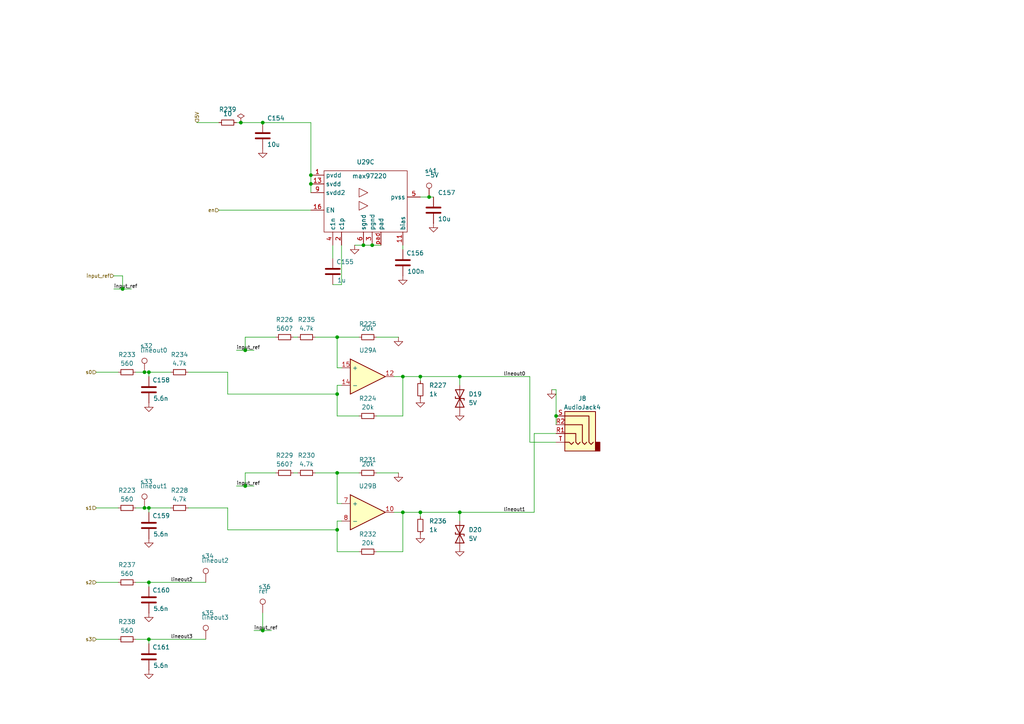
<source format=kicad_sch>
(kicad_sch (version 20231120) (generator "eeschema") (generator_version "8.0")
  (paper "A4")
  (lib_symbols
    (symbol "Connector:TestPoint" (pin_numbers hide) (pin_names (offset 0.762) hide)
      (property "Reference" "TP" (at 0 6.858 0))
      (property "Value" "TestPoint" (at 0 5.08 0))
      (symbol "TestPoint_0_1"
        (circle (center 0 3.302) (radius 0.762))
      )
      (symbol "TestPoint_1_1"
        (pin passive line (at 0 0 90) (length 2.54) (name "1") (number "1"))
      )
    )
    (symbol "Connector_Audio:AudioJack4"
      (property "Reference" "J" (at 0 8.89 0))
      (property "Value" "AudioJack4" (at 0 6.35 0))
      (symbol "AudioJack4_0_1"
        (rectangle (start -6.35 -5.08) (end -7.62 -7.62) (stroke (width 0.254)) (fill (type outline)))
        (polyline (pts (xy 0 -5.08) (xy 0.635 -5.715) (xy 1.27 -5.08) (xy 2.54 -5.08)) (stroke (width 0.254)))
        (polyline (pts (xy -5.715 -5.08) (xy -5.08 -5.715) (xy -4.445 -5.08) (xy -4.445 2.54) (xy 2.54 2.54)) (stroke (width 0.254)))
        (polyline (pts (xy -1.905 -5.08) (xy -1.27 -5.715) (xy -0.635 -5.08) (xy -0.635 -2.54) (xy 2.54 -2.54)) (stroke (width 0.254)))
        (polyline (pts (xy 2.54 0) (xy -2.54 0) (xy -2.54 -5.08) (xy -3.175 -5.715) (xy -3.81 -5.08)) (stroke (width 0.254)))
        (rectangle (start 2.54 3.81) (end -6.35 -7.62) (stroke (width 0.254)) (fill (type background)))
      )
      (symbol "AudioJack4_1_1"
        (pin passive line (at 5.08 -2.54 180) (length 2.54) (name "~") (number "R1"))
        (pin passive line (at 5.08 0 180) (length 2.54) (name "~") (number "R2"))
        (pin passive line (at 5.08 2.54 180) (length 2.54) (name "~") (number "S"))
        (pin passive line (at 5.08 -5.08 180) (length 2.54) (name "~") (number "T"))
      )
    )
    (symbol "Device:C" (pin_numbers hide) (pin_names (offset 0.254))
      (property "Reference" "C" (at 0.635 2.54 0))
      (property "Value" "C" (at 0.635 -2.54 0))
      (symbol "C_0_1"
        (polyline (pts (xy -2.032 -0.762) (xy 2.032 -0.762)) (stroke (width 0.508)))
        (polyline (pts (xy -2.032 0.762) (xy 2.032 0.762)) (stroke (width 0.508)))
      )
      (symbol "C_1_1"
        (pin passive line (at 0 3.81 270) (length 2.794) (name "~") (number "1"))
        (pin passive line (at 0 -3.81 90) (length 2.794) (name "~") (number "2"))
      )
    )
    (symbol "Device:D_TVS" (pin_numbers hide) (pin_names (offset 1.016) hide)
      (property "Reference" "D" (at 0 2.54 0))
      (property "Value" "D_TVS" (at 0 -2.54 0))
      (symbol "D_TVS_0_1"
        (polyline (pts (xy 1.27 0) (xy -1.27 0)))
        (polyline (pts (xy 0.508 1.27) (xy 0 1.27) (xy 0 -1.27) (xy -0.508 -1.27)) (stroke (width 0.254)))
        (polyline (pts (xy -2.54 1.27) (xy -2.54 -1.27) (xy 2.54 1.27) (xy 2.54 -1.27) (xy -2.54 1.27)) (stroke (width 0.254)))
      )
      (symbol "D_TVS_1_1"
        (pin passive line (at -3.81 0 0) (length 2.54) (name "A1") (number "1"))
        (pin passive line (at 3.81 0 180) (length 2.54) (name "A2") (number "2"))
      )
    )
    (symbol "Device:R_Small" (pin_numbers hide) (pin_names (offset 0.254) hide)
      (property "Reference" "R" (at 0.762 0.508 0))
      (property "Value" "R_Small" (at 0.762 -1.016 0))
      (symbol "R_Small_0_1"
        (rectangle (start -0.762 1.778) (end 0.762 -1.778) (stroke (width 0.2032)))
      )
      (symbol "R_Small_1_1"
        (pin passive line (at 0 2.54 270) (length 0.762) (name "~") (number "1"))
        (pin passive line (at 0 -2.54 90) (length 0.762) (name "~") (number "2"))
      )
    )
    (symbol "invendelirium_audio:max97220"
      (property "Reference" "U" (at 5.588 10.922 0))
      (symbol "max97220_1_1"
        (polyline (pts (xy -5.08 5.08) (xy 5.08 0) (xy -5.08 -5.08) (xy -5.08 5.08)) (stroke (width 0.254)) (fill (type background)))
        (pin output line (at 7.62 0 180) (length 2.54) (name "~") (number "12"))
        (pin input line (at -7.62 -2.54 0) (length 2.54) (name "-") (number "14"))
        (pin input line (at -7.62 2.54 0) (length 2.54) (name "+") (number "15"))
      )
      (symbol "max97220_2_1"
        (polyline (pts (xy -5.08 5.08) (xy 5.08 0) (xy -5.08 -5.08) (xy -5.08 5.08)) (stroke (width 0.254)) (fill (type background)))
        (pin output line (at 7.62 0 180) (length 2.54) (name "~") (number "10"))
        (pin input line (at -7.62 2.54 0) (length 2.54) (name "+") (number "7"))
        (pin input line (at -7.62 -2.54 0) (length 2.54) (name "-") (number "8"))
      )
      (symbol "max97220_3_1"
        (rectangle (start -12.7 8.89) (end 11.43 -8.89))
        (polyline (pts (xy -2.54 0) (xy 0 -1.27) (xy -2.54 -2.54) (xy -2.54 0)))
        (polyline (pts (xy -2.54 3.81) (xy 0 2.54) (xy -2.54 1.27) (xy -2.54 3.81)))
        (pin power_in line (at -16.51 7.62 0) (length 3.81) (name "pvdd") (number "1"))
        (pin power_out line (at 10.16 -12.7 90) (length 3.81) (name "bias") (number "11"))
        (pin power_in line (at -16.51 5.08 0) (length 3.81) (name "svdd") (number "13"))
        (pin input line (at -16.51 -2.54 0) (length 3.81) (name "EN") (number "16"))
        (pin passive line (at -7.62 -12.7 90) (length 3.81) (name "c1p") (number "2"))
        (pin power_in line (at 1.27 -12.7 90) (length 3.81) (name "pgnd") (number "3"))
        (pin passive line (at -10.16 -12.7 90) (length 3.81) (name "c1n") (number "4"))
        (pin power_out line (at 15.24 1.27 180) (length 3.81) (name "pvss") (number "5"))
        (pin input line (at -1.27 -12.7 90) (length 3.81) (name "sgnd") (number "6"))
        (pin power_in line (at -16.51 2.54 0) (length 3.81) (name "svdd2") (number "9"))
        (pin power_in line (at 3.81 -12.7 90) (length 3.81) (name "pad") (number "pad"))
      )
    )
    (symbol "power:GND" (power) (pin_numbers hide) (pin_names (offset 0) hide)
      (property "Value" "GND" (at 0 -3.81 0))
      (symbol "GND_0_1"
        (polyline (pts (xy 0 0) (xy 0 -1.27) (xy 1.27 -1.27) (xy 0 -2.54) (xy -1.27 -1.27) (xy 0 -1.27)))
      )
      (symbol "GND_1_1"
        (pin power_in line (at 0 0 270) (length 0) (name "~") (number "1"))
      )
    )
    (symbol "power:PWR_FLAG" (power) (pin_numbers hide) (pin_names (offset 0) hide)
      (property "Value" "PWR_FLAG" (at 0 3.81 0))
      (symbol "PWR_FLAG_0_0"
        (pin power_out line (at 0 0 90) (length 0) (name "~") (number "1"))
      )
      (symbol "PWR_FLAG_0_1"
        (polyline (pts (xy 0 0) (xy 0 1.27) (xy -1.016 1.905) (xy 0 2.54) (xy 1.016 1.905) (xy 0 1.27)))
      )
    )
  )
  (junction (at 41.91 147.32))
  (junction (at 116.84 109.22))
  (junction (at 76.2 35.56))
  (junction (at 90.17 53.34))
  (junction (at 43.18 147.32))
  (junction (at 97.79 114.3))
  (junction (at 43.18 107.95))
  (junction (at 90.17 50.8))
  (junction (at 43.18 168.91))
  (junction (at 121.92 148.59))
  (junction (at 133.35 148.59))
  (junction (at 105.41 71.12))
  (junction (at 97.79 153.67))
  (junction (at 121.92 109.22))
  (junction (at 35.56 83.82))
  (junction (at 69.85 35.56))
  (junction (at 43.18 185.42))
  (junction (at 116.84 148.59))
  (junction (at 97.79 137.16))
  (junction (at 97.79 97.79))
  (junction (at 76.2 182.88))
  (junction (at 71.12 140.97))
  (junction (at 41.91 107.95))
  (junction (at 133.35 109.22))
  (junction (at 107.95 71.12))
  (junction (at 71.12 101.6))
  (junction (at 124.46 57.15))
  (junction (at 161.29 120.65))
  (wire (pts (xy 161.29 113.03) (xy 161.29 120.65)))
  (wire (pts (xy 71.12 97.79) (xy 80.01 97.79)))
  (wire (pts (xy 99.06 111.76) (xy 97.79 111.76)))
  (wire (pts (xy 90.17 50.8) (xy 90.17 35.56)))
  (wire (pts (xy 91.44 137.16) (xy 97.79 137.16)))
  (wire (pts (xy 121.92 109.22) (xy 133.35 109.22)))
  (wire (pts (xy 66.04 147.32) (xy 66.04 153.67)))
  (wire (pts (xy 99.06 146.05) (xy 97.79 146.05)))
  (wire (pts (xy 66.04 153.67) (xy 97.79 153.67)))
  (wire (pts (xy 68.58 101.6) (xy 71.12 101.6)))
  (wire (pts (xy 73.66 182.88) (xy 76.2 182.88)))
  (wire (pts (xy 39.37 185.42) (xy 43.18 185.42)))
  (wire (pts (xy 66.04 114.3) (xy 97.79 114.3)))
  (wire (pts (xy 97.79 153.67) (xy 97.79 160.02)))
  (wire (pts (xy 96.52 71.12) (xy 96.52 74.93)))
  (wire (pts (xy 97.79 97.79) (xy 97.79 106.68)))
  (wire (pts (xy 133.35 109.22) (xy 153.67 109.22)))
  (wire (pts (xy 68.58 140.97) (xy 71.12 140.97)))
  (wire (pts (xy 116.84 120.65) (xy 116.84 109.22)))
  (wire (pts (xy 71.12 97.79) (xy 71.12 101.6)))
  (wire (pts (xy 161.29 128.27) (xy 153.67 128.27)))
  (wire (pts (xy 71.12 101.6) (xy 73.66 101.6)))
  (wire (pts (xy 43.18 107.95) (xy 49.53 107.95)))
  (wire (pts (xy 41.91 107.95) (xy 43.18 107.95)))
  (wire (pts (xy 91.44 97.79) (xy 97.79 97.79)))
  (wire (pts (xy 39.37 107.95) (xy 41.91 107.95)))
  (wire (pts (xy 85.09 97.79) (xy 86.36 97.79)))
  (wire (pts (xy 35.56 83.82) (xy 38.1 83.82)))
  (wire (pts (xy 109.22 120.65) (xy 116.84 120.65)))
  (wire (pts (xy 43.18 168.91) (xy 43.18 170.18)))
  (wire (pts (xy 97.79 111.76) (xy 97.79 114.3)))
  (wire (pts (xy 97.79 137.16) (xy 97.79 146.05)))
  (wire (pts (xy 90.17 35.56) (xy 76.2 35.56)))
  (wire (pts (xy 116.84 160.02) (xy 116.84 148.59)))
  (wire (pts (xy 90.17 55.88) (xy 90.17 53.34)))
  (wire (pts (xy 121.92 110.49) (xy 121.92 109.22)))
  (wire (pts (xy 102.87 71.12) (xy 105.41 71.12)))
  (wire (pts (xy 33.02 80.01) (xy 35.56 80.01)))
  (wire (pts (xy 54.61 107.95) (xy 66.04 107.95)))
  (wire (pts (xy 114.3 109.22) (xy 116.84 109.22)))
  (wire (pts (xy 97.79 97.79) (xy 104.14 97.79)))
  (wire (pts (xy 114.3 148.59) (xy 116.84 148.59)))
  (wire (pts (xy 85.09 137.16) (xy 86.36 137.16)))
  (wire (pts (xy 43.18 107.95) (xy 43.18 109.22)))
  (wire (pts (xy 33.02 83.82) (xy 35.56 83.82)))
  (wire (pts (xy 97.79 137.16) (xy 104.14 137.16)))
  (wire (pts (xy 71.12 137.16) (xy 80.01 137.16)))
  (wire (pts (xy 43.18 147.32) (xy 43.18 148.59)))
  (wire (pts (xy 43.18 185.42) (xy 43.18 186.69)))
  (wire (pts (xy 35.56 80.01) (xy 35.56 83.82)))
  (wire (pts (xy 99.06 106.68) (xy 97.79 106.68)))
  (wire (pts (xy 97.79 120.65) (xy 104.14 120.65)))
  (wire (pts (xy 121.92 57.15) (xy 124.46 57.15)))
  (wire (pts (xy 161.29 125.73) (xy 154.94 125.73)))
  (wire (pts (xy 43.18 185.42) (xy 59.69 185.42)))
  (wire (pts (xy 133.35 109.22) (xy 133.35 111.76)))
  (wire (pts (xy 54.61 147.32) (xy 66.04 147.32)))
  (wire (pts (xy 27.94 168.91) (xy 34.29 168.91)))
  (wire (pts (xy 160.02 113.03) (xy 161.29 113.03)))
  (wire (pts (xy 116.84 148.59) (xy 121.92 148.59)))
  (wire (pts (xy 121.92 149.86) (xy 121.92 148.59)))
  (wire (pts (xy 41.91 147.32) (xy 43.18 147.32)))
  (wire (pts (xy 133.35 148.59) (xy 154.94 148.59)))
  (wire (pts (xy 109.22 137.16) (xy 115.57 137.16)))
  (wire (pts (xy 71.12 140.97) (xy 73.66 140.97)))
  (wire (pts (xy 27.94 185.42) (xy 34.29 185.42)))
  (wire (pts (xy 107.95 71.12) (xy 110.49 71.12)))
  (wire (pts (xy 154.94 125.73) (xy 154.94 148.59)))
  (wire (pts (xy 66.04 107.95) (xy 66.04 114.3)))
  (wire (pts (xy 68.58 35.56) (xy 69.85 35.56)))
  (wire (pts (xy 97.79 160.02) (xy 104.14 160.02)))
  (wire (pts (xy 27.94 147.32) (xy 34.29 147.32)))
  (wire (pts (xy 116.84 109.22) (xy 121.92 109.22)))
  (wire (pts (xy 69.85 35.56) (xy 76.2 35.56)))
  (wire (pts (xy 97.79 151.13) (xy 97.79 153.67)))
  (wire (pts (xy 43.18 147.32) (xy 49.53 147.32)))
  (wire (pts (xy 161.29 120.65) (xy 161.29 123.19)))
  (wire (pts (xy 39.37 168.91) (xy 43.18 168.91)))
  (wire (pts (xy 43.18 168.91) (xy 59.69 168.91)))
  (wire (pts (xy 71.12 137.16) (xy 71.12 140.97)))
  (wire (pts (xy 124.46 57.15) (xy 125.73 57.15)))
  (wire (pts (xy 121.92 148.59) (xy 133.35 148.59)))
  (wire (pts (xy 153.67 128.27) (xy 153.67 109.22)))
  (wire (pts (xy 57.15 35.56) (xy 63.5 35.56)))
  (wire (pts (xy 99.06 151.13) (xy 97.79 151.13)))
  (wire (pts (xy 109.22 97.79) (xy 115.57 97.79)))
  (wire (pts (xy 27.94 107.95) (xy 34.29 107.95)))
  (wire (pts (xy 105.41 71.12) (xy 107.95 71.12)))
  (wire (pts (xy 133.35 148.59) (xy 133.35 151.13)))
  (wire (pts (xy 99.06 82.55) (xy 99.06 71.12)))
  (wire (pts (xy 76.2 182.88) (xy 78.74 182.88)))
  (wire (pts (xy 63.5 60.96) (xy 90.17 60.96)))
  (wire (pts (xy 97.79 114.3) (xy 97.79 120.65)))
  (wire (pts (xy 39.37 147.32) (xy 41.91 147.32)))
  (wire (pts (xy 116.84 71.12) (xy 116.84 72.39)))
  (wire (pts (xy 96.52 82.55) (xy 99.06 82.55)))
  (wire (pts (xy 90.17 53.34) (xy 90.17 50.8)))
  (wire (pts (xy 76.2 177.8) (xy 76.2 182.88)))
  (wire (pts (xy 109.22 160.02) (xy 116.84 160.02)))
  (label "lineout3" (at 49.53 185.42 0) (effects (font (size 1.016 1.016))))
  (label "input_ref" (at 33.02 83.82 0) (effects (font (size 1.016 1.016))))
  (label "lineout2" (at 49.53 168.91 0) (effects (font (size 1.016 1.016))))
  (label "input_ref" (at 68.58 101.6 0) (effects (font (size 1.016 1.016))))
  (label "input_ref" (at 73.66 182.88 0) (effects (font (size 1.016 1.016))))
  (label "input_ref" (at 68.58 140.97 0) (effects (font (size 1.016 1.016))))
  (label "lineout0" (at 146.05 109.22 0) (effects (font (size 1.016 1.016))))
  (label "lineout1" (at 146.05 148.59 0) (effects (font (size 1.016 1.016))))
  (hierarchical_label "s2" (shape input) (at 27.94 168.91 180) (effects (font (size 1.016 1.016))))
  (hierarchical_label "input_ref" (shape input) (at 33.02 80.01 180) (effects (font (size 1.016 1.016))))
  (hierarchical_label "s0" (shape input) (at 27.94 107.95 180) (effects (font (size 1.016 1.016))))
  (hierarchical_label "5V" (shape input) (at 57.15 35.56 90) (effects (font (size 1.016 1.016))))
  (hierarchical_label "s1" (shape input) (at 27.94 147.32 180) (effects (font (size 1.016 1.016))))
  (hierarchical_label "en" (shape input) (at 63.5 60.96 180) (effects (font (size 1.016 1.016))))
  (hierarchical_label "s3" (shape input) (at 27.94 185.42 180) (effects (font (size 1.016 1.016))))
  (symbol (lib_id "Connector_Audio:AudioJack4") (at 166.37 123.19 0) (mirror y) (unit 1)
    (property "Reference" "J8" (at 168.91 115.57 0))
    (property "Value" "AudioJack4" (at 168.91 118.11 0))
    (property "Footprint" "Connector_Audio:Jack_3.5mm_PJ320D_Horizontal" (effects (hide yes)))
  )
  (symbol (lib_id "Device:R_Small") (at 82.55 97.79 90) (unit 1)
    (property "Reference" "R226" (at 82.55 92.71 90))
    (property "Value" "560?" (at 82.55 95.25 90))
    (property "Footprint" "invendelirium_audio:R_0603" (effects (hide yes)))
  )
  (symbol (lib_id "Device:C") (at 76.2 39.37 0) (unit 1)
    (property "Reference" "C154" (at 77.47 34.29 0) (effects (justify left)))
    (property "Value" "10u" (at 77.47 41.91 0) (effects (justify left)))
    (property "Footprint" "invendelirium_audio:C_0603" (effects (hide yes)))
    (property "Voltage" "16V" (effects (hide yes)))
  )
  (symbol (lib_id "power:GND") (at 43.18 116.84 0) (unit 1)
    (property "Reference" "#PWR0115" (effects (hide yes)))
    (property "Value" "GND" (effects (hide yes)))
  )
  (symbol (lib_id "power:GND") (at 43.18 177.8 0) (unit 1)
    (property "Reference" "#PWR0189" (effects (hide yes)))
    (property "Value" "GND" (effects (hide yes)))
  )
  (symbol (lib_id "Device:R_Small") (at 106.68 137.16 90) (unit 1)
    (property "Reference" "R231" (at 106.68 133.35 90))
    (property "Value" "20k" (at 106.68 134.62 90))
    (property "Footprint" "invendelirium_audio:R_0603" (effects (hide yes)))
  )
  (symbol (lib_id "power:GND") (at 115.57 137.16 0) (unit 1)
    (property "Reference" "#PWR0111" (effects (hide yes)))
    (property "Value" "GND" (effects (hide yes)))
  )
  (symbol (lib_id "Device:R_Small") (at 36.83 147.32 90) (unit 1)
    (property "Reference" "R223" (at 36.83 142.24 90))
    (property "Value" "560" (at 36.83 144.78 90))
    (property "Footprint" "invendelirium_audio:R_0603" (effects (hide yes)))
  )
  (symbol (lib_id "Device:R_Small") (at 121.92 152.4 180) (unit 1)
    (property "Reference" "R236" (at 124.46 151.1299 0) (effects (justify right)))
    (property "Value" "1k" (at 124.46 153.6699 0) (effects (justify right)))
    (property "Footprint" "invendelirium_audio:R_0603" (effects (hide yes)))
  )
  (symbol (lib_id "power:GND") (at 43.18 156.21 0) (unit 1)
    (property "Reference" "#PWR0108" (effects (hide yes)))
    (property "Value" "GND" (effects (hide yes)))
  )
  (symbol (lib_id "power:GND") (at 133.35 119.38 0) (unit 1)
    (property "Reference" "#PWR0191" (effects (hide yes)))
    (property "Value" "GND" (effects (hide yes)))
  )
  (symbol (lib_id "Device:C") (at 43.18 113.03 0) (unit 1)
    (property "Reference" "C158" (at 44.196 110.236 0) (effects (justify left)))
    (property "Value" "5.6n" (at 44.45 115.57 0) (effects (justify left)))
    (property "Footprint" "invendelirium_audio:C_0603" (effects (hide yes)))
    (property "Voltage" "16V" (effects (hide yes)))
  )
  (symbol (lib_id "Device:D_TVS") (at 133.35 115.57 90) (unit 1)
    (property "Reference" "D19" (at 135.89 114.2999 90) (effects (justify right)))
    (property "Value" "5V" (at 135.89 116.8399 90) (effects (justify right)))
    (property "Footprint" "invendelirium_general:D_SOD-523_bidi" (effects (hide yes)))
    (property "Description" "Bidirectional transient-voltage-suppression diode" (effects (hide yes)))
    (property "PN" "ESD5B5V0WT" (effects (hide yes)))
  )
  (symbol (lib_id "Device:R_Small") (at 88.9 97.79 90) (unit 1)
    (property "Reference" "R235" (at 88.9 92.71 90))
    (property "Value" "4.7k" (at 88.9 95.25 90))
    (property "Footprint" "invendelirium_audio:R_0603" (effects (hide yes)))
  )
  (symbol (lib_id "power:PWR_FLAG") (at 69.85 35.56 0) (unit 1)
    (property "Reference" "#FLG012" (effects (hide yes)))
    (property "Value" "PWR_FLAG" (effects (hide yes)))
    (property "Description" "Special symbol for telling ERC where power comes from" (effects (hide yes)))
  )
  (symbol (lib_id "power:GND") (at 160.02 113.03 0) (unit 1)
    (property "Reference" "#PWR0112" (effects (hide yes)))
    (property "Value" "GND" (effects (hide yes)))
  )
  (symbol (lib_id "invendelirium_audio:max97220") (at 106.68 148.59 0) (unit 2)
    (property "Reference" "U29" (at 106.68 140.97 0))
    (property "Value" "max97220" (effects (hide yes)))
    (property "Footprint" "invendelirium_audio:qfn_4p4p_3x3mm" (effects (hide yes)))
    (property "Description" "Dual operational amplifier with charge pump" (effects (hide yes)))
    (property "PN" "MAX97220B" (effects (hide yes)))
  )
  (symbol (lib_id "Device:R_Small") (at 36.83 107.95 90) (unit 1)
    (property "Reference" "R233" (at 36.83 102.87 90))
    (property "Value" "560" (at 36.83 105.41 90))
    (property "Footprint" "invendelirium_audio:R_0603" (effects (hide yes)))
  )
  (symbol (lib_id "Device:C") (at 125.73 60.96 0) (unit 1)
    (property "Reference" "C157" (at 127 55.88 0) (effects (justify left)))
    (property "Value" "10u" (at 127 63.5 0) (effects (justify left)))
    (property "Footprint" "invendelirium_audio:C_0603" (effects (hide yes)))
    (property "Voltage" "16V" (effects (hide yes)))
  )
  (symbol (lib_id "power:GND") (at 133.35 158.75 0) (unit 1)
    (property "Reference" "#PWR0192" (effects (hide yes)))
    (property "Value" "GND" (effects (hide yes)))
  )
  (symbol (lib_id "Connector:TestPoint") (at 59.69 185.42 0) (unit 1) (in_bom no)
    (property "Reference" "s35" (at 58.42 177.8 0) (effects (justify left)))
    (property "Value" "lineout3" (at 58.42 179.07 0) (effects (justify left)))
    (property "Footprint" "invendelirium_general:pad_1.2x1.5" (effects (hide yes)))
  )
  (symbol (lib_id "Device:D_TVS") (at 133.35 154.94 90) (unit 1)
    (property "Reference" "D20" (at 135.89 153.6699 90) (effects (justify right)))
    (property "Value" "5V" (at 135.89 156.2099 90) (effects (justify right)))
    (property "Footprint" "invendelirium_general:D_SOD-523_bidi" (effects (hide yes)))
    (property "Description" "Bidirectional transient-voltage-suppression diode" (effects (hide yes)))
    (property "PN" "ESD5B5V0WT" (effects (hide yes)))
  )
  (symbol (lib_id "Connector:TestPoint") (at 41.91 147.32 0) (unit 1) (in_bom no)
    (property "Reference" "s33" (at 40.64 139.7 0) (effects (justify left)))
    (property "Value" "lineout1" (at 40.64 140.97 0) (effects (justify left)))
    (property "Footprint" "invendelirium_general:pad_1.2x1.5" (effects (hide yes)))
  )
  (symbol (lib_id "power:GND") (at 121.92 115.57 0) (unit 1)
    (property "Reference" "#PWR0107" (effects (hide yes)))
    (property "Value" "GND" (effects (hide yes)))
  )
  (symbol (lib_id "Device:R_Small") (at 121.92 113.03 180) (unit 1)
    (property "Reference" "R227" (at 124.46 111.7599 0) (effects (justify right)))
    (property "Value" "1k" (at 124.46 114.2999 0) (effects (justify right)))
    (property "Footprint" "invendelirium_audio:R_0603" (effects (hide yes)))
  )
  (symbol (lib_id "Connector:TestPoint") (at 41.91 107.95 0) (unit 1) (in_bom no)
    (property "Reference" "s32" (at 40.64 100.33 0) (effects (justify left)))
    (property "Value" "lineout0" (at 40.64 101.6 0) (effects (justify left)))
    (property "Footprint" "invendelirium_general:pad_1.2x1.5" (effects (hide yes)))
  )
  (symbol (lib_id "Connector:TestPoint") (at 124.46 57.15 0) (unit 1) (in_bom no)
    (property "Reference" "s41" (at 123.19 49.53 0) (effects (justify left)))
    (property "Value" "-5V" (at 123.19 50.8 0) (effects (justify left)))
    (property "Footprint" "invendelirium_general:pad_1.2x1.5" (effects (hide yes)))
  )
  (symbol (lib_id "power:GND") (at 125.73 64.77 0) (unit 1)
    (property "Reference" "#PWR0105" (effects (hide yes)))
    (property "Value" "GND" (effects (hide yes)))
  )
  (symbol (lib_id "Connector:TestPoint") (at 59.69 168.91 0) (unit 1) (in_bom no)
    (property "Reference" "s34" (at 58.42 161.29 0) (effects (justify left)))
    (property "Value" "lineout2" (at 58.42 162.56 0) (effects (justify left)))
    (property "Footprint" "invendelirium_general:pad_1.2x1.5" (effects (hide yes)))
  )
  (symbol (lib_id "power:GND") (at 121.92 154.94 0) (unit 1)
    (property "Reference" "#PWR0188" (effects (hide yes)))
    (property "Value" "GND" (effects (hide yes)))
  )
  (symbol (lib_id "Device:C") (at 43.18 173.99 0) (unit 1)
    (property "Reference" "C160" (at 44.196 171.196 0) (effects (justify left)))
    (property "Value" "5.6n" (at 44.45 176.53 0) (effects (justify left)))
    (property "Footprint" "invendelirium_audio:C_0603" (effects (hide yes)))
    (property "Voltage" "16V" (effects (hide yes)))
  )
  (symbol (lib_id "power:GND") (at 76.2 43.18 0) (unit 1)
    (property "Reference" "#PWR092" (effects (hide yes)))
    (property "Value" "GND" (effects (hide yes)))
  )
  (symbol (lib_id "power:GND") (at 102.87 71.12 0) (unit 1)
    (property "Reference" "#PWR0101" (effects (hide yes)))
    (property "Value" "GND" (effects (hide yes)))
  )
  (symbol (lib_id "power:GND") (at 43.18 194.31 0) (unit 1)
    (property "Reference" "#PWR0190" (effects (hide yes)))
    (property "Value" "GND" (effects (hide yes)))
  )
  (symbol (lib_id "Device:C") (at 96.52 78.74 0) (unit 1)
    (property "Reference" "C155" (at 97.536 75.946 0) (effects (justify left)))
    (property "Value" "1u" (at 97.79 81.28 0) (effects (justify left)))
    (property "Footprint" "invendelirium_audio:C_0603" (effects (hide yes)))
    (property "Voltage" "16V" (effects (hide yes)))
  )
  (symbol (lib_id "Device:C") (at 43.18 190.5 0) (unit 1)
    (property "Reference" "C161" (at 44.196 187.706 0) (effects (justify left)))
    (property "Value" "5.6n" (at 44.45 193.04 0) (effects (justify left)))
    (property "Footprint" "invendelirium_audio:C_0603" (effects (hide yes)))
    (property "Voltage" "16V" (effects (hide yes)))
  )
  (symbol (lib_id "invendelirium_audio:max97220") (at 106.68 109.22 0) (unit 1)
    (property "Reference" "U29" (at 106.68 101.6 0))
    (property "Value" "max97220" (effects (hide yes)))
    (property "Footprint" "invendelirium_audio:qfn_4p4p_3x3mm" (effects (hide yes)))
    (property "Description" "Dual operational amplifier with charge pump" (effects (hide yes)))
    (property "PN" "MAX97220B" (effects (hide yes)))
  )
  (symbol (lib_id "Device:R_Small") (at 106.68 120.65 90) (unit 1)
    (property "Reference" "R224" (at 106.68 115.57 90))
    (property "Value" "20k" (at 106.68 118.11 90))
    (property "Footprint" "invendelirium_audio:R_0603" (effects (hide yes)))
  )
  (symbol (lib_id "Connector:TestPoint") (at 76.2 177.8 0) (unit 1) (in_bom no)
    (property "Reference" "s36" (at 74.93 170.18 0) (effects (justify left)))
    (property "Value" "ref" (at 74.93 171.45 0) (effects (justify left)))
    (property "Footprint" "invendelirium_general:pad_1.2x1.5" (effects (hide yes)))
  )
  (symbol (lib_id "Device:R_Small") (at 36.83 168.91 90) (unit 1)
    (property "Reference" "R237" (at 36.83 163.83 90))
    (property "Value" "560" (at 36.83 166.37 90))
    (property "Footprint" "invendelirium_audio:R_0603" (effects (hide yes)))
  )
  (symbol (lib_id "Device:R_Small") (at 36.83 185.42 90) (unit 1)
    (property "Reference" "R238" (at 36.83 180.34 90))
    (property "Value" "560" (at 36.83 182.88 90))
    (property "Footprint" "invendelirium_audio:R_0603" (effects (hide yes)))
  )
  (symbol (lib_id "Device:R_Small") (at 106.68 160.02 90) (unit 1)
    (property "Reference" "R232" (at 106.68 154.94 90))
    (property "Value" "20k" (at 106.68 157.48 90))
    (property "Footprint" "invendelirium_audio:R_0603" (effects (hide yes)))
  )
  (symbol (lib_id "Device:R_Small") (at 52.07 107.95 90) (unit 1)
    (property "Reference" "R234" (at 52.07 102.87 90))
    (property "Value" "4.7k" (at 52.07 105.41 90))
    (property "Footprint" "invendelirium_audio:R_0603" (effects (hide yes)))
  )
  (symbol (lib_id "Device:R_Small") (at 88.9 137.16 90) (unit 1)
    (property "Reference" "R230" (at 88.9 132.08 90))
    (property "Value" "4.7k" (at 88.9 134.62 90))
    (property "Footprint" "invendelirium_audio:R_0603" (effects (hide yes)))
  )
  (symbol (lib_id "Device:R_Small") (at 82.55 137.16 90) (unit 1)
    (property "Reference" "R229" (at 82.55 132.08 90))
    (property "Value" "560?" (at 82.55 134.62 90))
    (property "Footprint" "invendelirium_audio:R_0603" (effects (hide yes)))
  )
  (symbol (lib_id "Device:R_Small") (at 52.07 147.32 90) (unit 1)
    (property "Reference" "R228" (at 52.07 142.24 90))
    (property "Value" "4.7k" (at 52.07 144.78 90))
    (property "Footprint" "invendelirium_audio:R_0603" (effects (hide yes)))
  )
  (symbol (lib_id "Device:C") (at 116.84 76.2 0) (unit 1)
    (property "Reference" "C156" (at 117.856 73.406 0) (effects (justify left)))
    (property "Value" "100n" (at 118.11 78.74 0) (effects (justify left)))
    (property "Footprint" "invendelirium_audio:C_0603" (effects (hide yes)))
    (property "Voltage" "16V" (effects (hide yes)))
  )
  (symbol (lib_id "Device:R_Small") (at 106.68 97.79 90) (unit 1)
    (property "Reference" "R225" (at 106.68 93.98 90))
    (property "Value" "20k" (at 106.68 95.25 90))
    (property "Footprint" "invendelirium_audio:R_0603" (effects (hide yes)))
  )
  (symbol (lib_id "invendelirium_audio:max97220") (at 106.68 58.42 0) (unit 3)
    (property "Reference" "U29" (at 106.045 46.99 0))
    (property "Value" "max97220" (at 102.108 51.054 0) (effects (justify left)))
    (property "Footprint" "invendelirium_audio:qfn_4p4p_3x3mm" (effects (hide yes)))
    (property "Description" "Dual operational amplifier with charge pump" (effects (hide yes)))
    (property "PN" "MAX97220B" (effects (hide yes)))
  )
  (symbol (lib_id "Device:C") (at 43.18 152.4 0) (unit 1)
    (property "Reference" "C159" (at 44.196 149.606 0) (effects (justify left)))
    (property "Value" "5.6n" (at 44.45 154.94 0) (effects (justify left)))
    (property "Footprint" "invendelirium_audio:C_0603" (effects (hide yes)))
    (property "Voltage" "16V" (effects (hide yes)))
  )
  (symbol (lib_id "power:GND") (at 116.84 80.01 0) (unit 1)
    (property "Reference" "#PWR0103" (effects (hide yes)))
    (property "Value" "GND" (effects (hide yes)))
  )
  (symbol (lib_id "Device:R_Small") (at 66.04 35.56 90) (unit 1)
    (property "Reference" "R239" (at 66.04 31.75 90))
    (property "Value" "10" (at 66.04 33.02 90))
    (property "Footprint" "invendelirium_audio:R_0603" (effects (hide yes)))
  )
  (symbol (lib_id "power:GND") (at 115.57 97.79 0) (unit 1)
    (property "Reference" "#PWR0106" (effects (hide yes)))
    (property "Value" "GND" (effects (hide yes)))
  )
)
</source>
